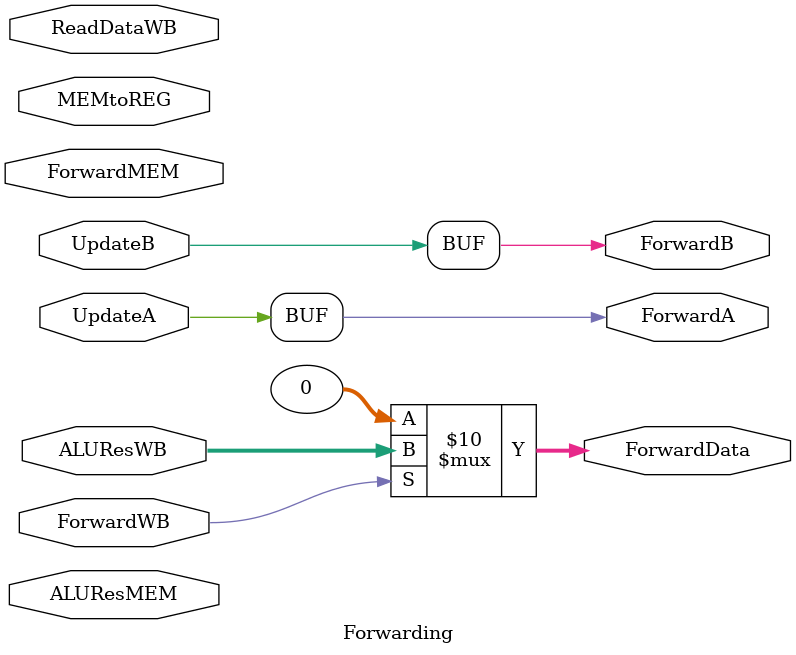
<source format=v>
module Forwarding
(
	input [31:0]ReadDataWB,	//dato que se va a forwardear de Memoria
	input [31:0]ALUResWB,	//dato que se va a forwardear de Memoria
	input [31:0]ALUResMEM,	//dato que se va a forwardear de Memoria
	input MEMtoREG, //Para saber en caso de que el FW sea desde MEM cual Dato sale
	
	input ForwardWB, 		
	input ForwardMEM,
	/** entradas de un comparador que detecta hazard de datos, 
		es decir si los registros usados en la instrucción no tienen el dato más reciente**/
	input UpdateA,
	input UpdateB,
// entradas para saber cual registro es el que no está actualizado
	output reg [31:0]ForwardData,
	output ForwardA,
	output ForwardB
);
assign ForwardA = UpdateA;
assign ForwardB = UpdateB;

always@(ForwardMEM or  ReadDataWB or ForwardWB or ALUResMEM or MEMtoREG or ALUResWB) 
begin
	if(ForwardMEM == 1'b1 && MEMtoREG == 1'b1)
		ForwardData = ReadDataWB;
	else
		ForwardData = 0;
	
	if(ForwardMEM == 1'b1 && MEMtoREG == 1'b0)
		ForwardData = ALUResMEM;
	else
		ForwardData = 0;
	
	if(ForwardWB == 1'b1)
		ForwardData = ALUResWB;
	else
		ForwardData = 0;
	
end

endmodule

</source>
